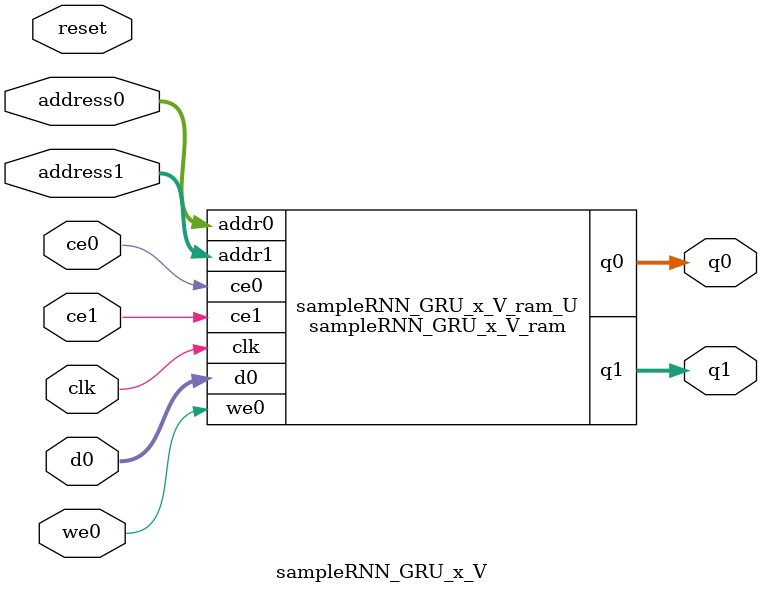
<source format=v>

`timescale 1 ns / 1 ps
module sampleRNN_GRU_x_V_ram (addr0, ce0, d0, we0, q0, addr1, ce1, q1,  clk);

parameter DWIDTH = 32;
parameter AWIDTH = 6;
parameter MEM_SIZE = 64;

input[AWIDTH-1:0] addr0;
input ce0;
input[DWIDTH-1:0] d0;
input we0;
output reg[DWIDTH-1:0] q0;
input[AWIDTH-1:0] addr1;
input ce1;
output reg[DWIDTH-1:0] q1;
input clk;

(* ram_style = "block" *)reg [DWIDTH-1:0] ram[0:MEM_SIZE-1];




always @(posedge clk)  
begin 
    if (ce0) 
    begin
        if (we0) 
        begin 
            ram[addr0] <= d0; 
            q0 <= d0;
        end 
        else 
            q0 <= ram[addr0];
    end
end


always @(posedge clk)  
begin 
    if (ce1) 
    begin
            q1 <= ram[addr1];
    end
end


endmodule


`timescale 1 ns / 1 ps
module sampleRNN_GRU_x_V(
    reset,
    clk,
    address0,
    ce0,
    we0,
    d0,
    q0,
    address1,
    ce1,
    q1);

parameter DataWidth = 32'd32;
parameter AddressRange = 32'd64;
parameter AddressWidth = 32'd6;
input reset;
input clk;
input[AddressWidth - 1:0] address0;
input ce0;
input we0;
input[DataWidth - 1:0] d0;
output[DataWidth - 1:0] q0;
input[AddressWidth - 1:0] address1;
input ce1;
output[DataWidth - 1:0] q1;



sampleRNN_GRU_x_V_ram sampleRNN_GRU_x_V_ram_U(
    .clk( clk ),
    .addr0( address0 ),
    .ce0( ce0 ),
    .we0( we0 ),
    .d0( d0 ),
    .q0( q0 ),
    .addr1( address1 ),
    .ce1( ce1 ),
    .q1( q1 ));

endmodule


</source>
